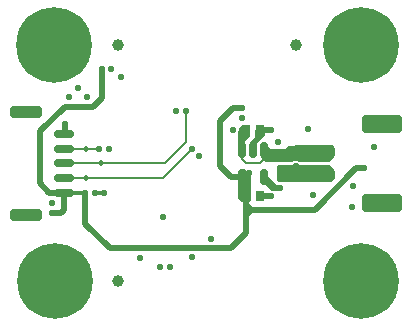
<source format=gbr>
%TF.GenerationSoftware,KiCad,Pcbnew,8.0.8+1*%
%TF.CreationDate,Date%
%TF.ProjectId,KiBot_Project_Test,4b69426f-745f-4507-926f-6a6563745f54,+ (Unreleased)*%
%TF.SameCoordinates,Original*%
%TF.FileFunction,Copper,L4,Bot*%
%TF.FilePolarity,Positive*%
%FSLAX46Y46*%
G04 Gerber Fmt 4.6, Leading zero omitted, Abs format (unit mm)*
G04 Created by KiCad*
%MOMM*%
%LPD*%
G01*
G04 APERTURE LIST*
G04 Aperture macros list*
%AMRoundRect*
0 Rectangle with rounded corners*
0 $1 Rounding radius*
0 $2 $3 $4 $5 $6 $7 $8 $9 X,Y pos of 4 corners*
0 Add a 4 corners polygon primitive as box body*
4,1,4,$2,$3,$4,$5,$6,$7,$8,$9,$2,$3,0*
0 Add four circle primitives for the rounded corners*
1,1,$1+$1,$2,$3*
1,1,$1+$1,$4,$5*
1,1,$1+$1,$6,$7*
1,1,$1+$1,$8,$9*
0 Add four rect primitives between the rounded corners*
20,1,$1+$1,$2,$3,$4,$5,0*
20,1,$1+$1,$4,$5,$6,$7,0*
20,1,$1+$1,$6,$7,$8,$9,0*
20,1,$1+$1,$8,$9,$2,$3,0*%
G04 Aperture macros list end*
%TA.AperFunction,ComponentPad*%
%ADD10C,6.400000*%
%TD*%
%TA.AperFunction,FiducialPad,Global*%
%ADD11C,1.000000*%
%TD*%
%TA.AperFunction,TestPad*%
%ADD12C,0.500000*%
%TD*%
%TA.AperFunction,SMDPad,CuDef*%
%ADD13RoundRect,0.250000X-1.500000X0.250000X-1.500000X-0.250000X1.500000X-0.250000X1.500000X0.250000X0*%
%TD*%
%TA.AperFunction,SMDPad,CuDef*%
%ADD14RoundRect,0.250001X-1.449999X0.499999X-1.449999X-0.499999X1.449999X-0.499999X1.449999X0.499999X0*%
%TD*%
%TA.AperFunction,SMDPad,CuDef*%
%ADD15RoundRect,0.187500X-0.187500X-0.262500X0.187500X-0.262500X0.187500X0.262500X-0.187500X0.262500X0*%
%TD*%
%TA.AperFunction,SMDPad,CuDef*%
%ADD16RoundRect,0.150000X0.700000X-0.150000X0.700000X0.150000X-0.700000X0.150000X-0.700000X-0.150000X0*%
%TD*%
%TA.AperFunction,SMDPad,CuDef*%
%ADD17RoundRect,0.250000X1.100000X-0.250000X1.100000X0.250000X-1.100000X0.250000X-1.100000X-0.250000X0*%
%TD*%
%TA.AperFunction,SMDPad,CuDef*%
%ADD18RoundRect,0.130000X-0.130000X0.130000X-0.130000X-0.130000X0.130000X-0.130000X0.130000X0.130000X0*%
%TD*%
%TA.AperFunction,SMDPad,CuDef*%
%ADD19RoundRect,0.130000X0.130000X-0.130000X0.130000X0.130000X-0.130000X0.130000X-0.130000X-0.130000X0*%
%TD*%
%TA.AperFunction,SMDPad,CuDef*%
%ADD20RoundRect,0.130000X-0.130000X-0.130000X0.130000X-0.130000X0.130000X0.130000X-0.130000X0.130000X0*%
%TD*%
%TA.AperFunction,SMDPad,CuDef*%
%ADD21RoundRect,0.150000X-0.150000X0.512500X-0.150000X-0.512500X0.150000X-0.512500X0.150000X0.512500X0*%
%TD*%
%TA.AperFunction,ViaPad*%
%ADD22C,0.550000*%
%TD*%
%TA.AperFunction,Conductor*%
%ADD23C,0.300000*%
%TD*%
%TA.AperFunction,Conductor*%
%ADD24C,0.500000*%
%TD*%
%TA.AperFunction,Conductor*%
%ADD25C,0.200000*%
%TD*%
G04 APERTURE END LIST*
D10*
%TO.P,H3,1,1*%
%TO.N,GND*%
X161500000Y-79250000D03*
%TD*%
%TO.P,H4,1,1*%
%TO.N,GND*%
X135500000Y-79250000D03*
%TD*%
%TO.P,H2,1,1*%
%TO.N,GND*%
X161500000Y-99250000D03*
%TD*%
%TO.P,H1,1,1*%
%TO.N,GND*%
X135600000Y-99250000D03*
%TD*%
D11*
%TO.P,FD5,*%
%TO.N,*%
X141000000Y-79250000D03*
%TD*%
%TO.P,FD4,*%
%TO.N,*%
X156000000Y-79250000D03*
%TD*%
D12*
%TO.P,TP8,1,1*%
%TO.N,+3V3*%
X151800000Y-95050000D03*
%TD*%
%TO.P,TP7,1,1*%
%TO.N,/Project Architecture/Connectors/NRST*%
X138250000Y-88000000D03*
%TD*%
%TO.P,TP9,1,1*%
%TO.N,GND*%
X139800000Y-91750000D03*
%TD*%
D13*
%TO.P,J2,1,Pin_1*%
%TO.N,VBUS*%
X157550000Y-88250000D03*
%TO.P,J2,2,Pin_2*%
%TO.N,GND*%
X157550000Y-90250000D03*
D14*
%TO.P,J2,MP1*%
%TO.N,N/C*%
X163300000Y-85900000D03*
%TO.P,J2,MP2*%
X163300000Y-92600000D03*
%TD*%
D15*
%TO.P,C18,1*%
%TO.N,+3V3*%
X151800000Y-92050000D03*
%TO.P,C18,2*%
%TO.N,GND*%
X153000000Y-92050000D03*
%TD*%
D16*
%TO.P,J1,1,Pin_1*%
%TO.N,+3V3*%
X136350000Y-91750000D03*
%TO.P,J1,2,Pin_2*%
%TO.N,/Project Architecture/Connectors/SWDIO*%
X136350000Y-90500000D03*
%TO.P,J1,3,Pin_3*%
%TO.N,/Project Architecture/Connectors/SWCLK*%
X136350000Y-89250000D03*
%TO.P,J1,4,Pin_4*%
%TO.N,/Project Architecture/Connectors/NRST*%
X136350000Y-88000000D03*
%TO.P,J1,5,Pin_5*%
%TO.N,GND*%
X136350000Y-86750000D03*
D17*
%TO.P,J1,MP1*%
%TO.N,N/C*%
X133150000Y-93600000D03*
%TO.P,J1,MP2*%
X133150000Y-84900000D03*
%TD*%
D18*
%TO.P,C15,1*%
%TO.N,VBUS*%
X154700000Y-88850000D03*
%TO.P,C15,2*%
%TO.N,GND*%
X154700000Y-89650000D03*
%TD*%
D19*
%TO.P,C17,1*%
%TO.N,/Project Architecture/Connectors/ADJ*%
X154700000Y-91350000D03*
%TO.P,C17,2*%
%TO.N,GND*%
X154700000Y-90550000D03*
%TD*%
D12*
%TO.P,TP5,1,1*%
%TO.N,/Project Architecture/Connectors/SWDIO*%
X138250000Y-90500000D03*
%TD*%
D15*
%TO.P,C16,1*%
%TO.N,VBUS*%
X151800000Y-86450000D03*
%TO.P,C16,2*%
%TO.N,GND*%
X153000000Y-86450000D03*
%TD*%
D20*
%TO.P,C14,1*%
%TO.N,+3V3*%
X138200000Y-91750000D03*
%TO.P,C14,2*%
%TO.N,GND*%
X139000000Y-91750000D03*
%TD*%
D21*
%TO.P,U4,1,VIN*%
%TO.N,VBUS*%
X151450000Y-88112500D03*
%TO.P,U4,2,GND*%
%TO.N,GND*%
X152400000Y-88112500D03*
%TO.P,U4,3,ON/~{OFF}*%
%TO.N,VBUS*%
X153350000Y-88112500D03*
%TO.P,U4,4,ADJ*%
%TO.N,/Project Architecture/Connectors/ADJ*%
X153350000Y-90387500D03*
%TO.P,U4,5,VOUT*%
%TO.N,+3V3*%
X151450000Y-90387500D03*
%TD*%
D11*
%TO.P,FD6,*%
%TO.N,*%
X141000000Y-99250000D03*
%TD*%
D12*
%TO.P,TP6,1,1*%
%TO.N,/Project Architecture/Connectors/SWCLK*%
X139500000Y-89250000D03*
%TD*%
D22*
%TO.N,GND*%
X140400000Y-81250000D03*
X144750000Y-93800000D03*
X135400000Y-92650000D03*
X138350000Y-83650000D03*
X157050000Y-86350000D03*
X147850000Y-88650000D03*
X150700000Y-86400000D03*
X141200000Y-81950000D03*
X160850000Y-91200000D03*
X162650000Y-87900000D03*
X148800000Y-95650000D03*
X137600000Y-82850000D03*
X160800000Y-92975000D03*
X151500000Y-85450000D03*
X153950000Y-86450000D03*
X157500000Y-91975000D03*
X136800000Y-83650000D03*
X156000000Y-89500000D03*
X136450000Y-85950000D03*
X154500000Y-87450000D03*
X145900000Y-84850000D03*
X144500000Y-98000000D03*
X142800000Y-97250000D03*
X145400000Y-98000000D03*
X140200000Y-88050000D03*
X139800000Y-91750000D03*
X147200000Y-97200000D03*
X153950000Y-92050000D03*
%TO.N,+3V3*%
X136800000Y-84450000D03*
X161800000Y-89650000D03*
X152050000Y-90100000D03*
X142800000Y-96450000D03*
X151500000Y-84600000D03*
X139600000Y-81250000D03*
X135400000Y-93450000D03*
X148800000Y-96450000D03*
%TO.N,/Project Architecture/Connectors/NRST*%
X139350000Y-88050000D03*
%TO.N,/Project Architecture/Connectors/SWCLK*%
X146750000Y-84850000D03*
%TO.N,/Project Architecture/Connectors/SWDIO*%
X147250000Y-88050000D03*
%TD*%
D23*
%TO.N,GND*%
X139000000Y-91750000D02*
X139800000Y-91750000D01*
D24*
X136450000Y-86650001D02*
X136350000Y-86750001D01*
X153950000Y-86450000D02*
X153000000Y-86450000D01*
X136450000Y-85950000D02*
X136450000Y-86650001D01*
X153000000Y-92050000D02*
X153950000Y-92050000D01*
D25*
%TO.N,VBUS*%
X153349999Y-88900001D02*
X153349999Y-88112500D01*
X151450001Y-88112500D02*
X151450001Y-88900001D01*
X151450001Y-88900001D02*
X151800000Y-89250000D01*
X153000000Y-89250000D02*
X153349999Y-88900001D01*
X151800000Y-89250000D02*
X153000000Y-89250000D01*
D24*
%TO.N,+3V3*%
X136350000Y-91749999D02*
X135149999Y-91749999D01*
X136800000Y-84450000D02*
X138850000Y-84450000D01*
X151800000Y-95150000D02*
X151800000Y-93600000D01*
D23*
X151800000Y-93162500D02*
X151787500Y-93162500D01*
D24*
X152237500Y-93162500D02*
X151800000Y-93600000D01*
X161800000Y-89650000D02*
X161150000Y-89650000D01*
X150487500Y-90387500D02*
X151450001Y-90387500D01*
X151800000Y-92725000D02*
X152237500Y-93162500D01*
X134350000Y-90950000D02*
X134350000Y-86550000D01*
D23*
X138199999Y-91749999D02*
X138200000Y-91750000D01*
D24*
X151500000Y-84600000D02*
X150700000Y-84600000D01*
X157637500Y-93162500D02*
X152750000Y-93162500D01*
X136450000Y-84450000D02*
X136800000Y-84450000D01*
X140300000Y-96450000D02*
X142800000Y-96450000D01*
X138200000Y-94350000D02*
X140300000Y-96450000D01*
X152750000Y-93162500D02*
X151800000Y-93162500D01*
X135149999Y-91749999D02*
X134350000Y-90950000D01*
D23*
X151787500Y-93162500D02*
X151700000Y-93250000D01*
D25*
X151737501Y-90100000D02*
X151450001Y-90387500D01*
D24*
X149600000Y-89500000D02*
X150487500Y-90387500D01*
X139600000Y-83700000D02*
X139600000Y-81250000D01*
X151800000Y-91726585D02*
X151800000Y-92050000D01*
X134350000Y-86550000D02*
X136450000Y-84450000D01*
D25*
X152050000Y-90100000D02*
X151737501Y-90100000D01*
D24*
X150500000Y-96450000D02*
X151800000Y-95150000D01*
X150700000Y-84600000D02*
X149600000Y-85700000D01*
X138850000Y-84450000D02*
X139600000Y-83700000D01*
X151800000Y-93600000D02*
X151800000Y-92050000D01*
X135400000Y-93450000D02*
X136100000Y-93450000D01*
X151800000Y-92050000D02*
X151800000Y-92725000D01*
X138200000Y-91750000D02*
X138200000Y-94350000D01*
X149600000Y-85700000D02*
X149600000Y-89500000D01*
X152750000Y-93162500D02*
X152237500Y-93162500D01*
X136100000Y-93450000D02*
X136350000Y-93200000D01*
X142800000Y-96450000D02*
X150500000Y-96450000D01*
X161150000Y-89650000D02*
X157637500Y-93162500D01*
D23*
X151800000Y-93162500D02*
X151800000Y-92050000D01*
X136350000Y-91749999D02*
X138199999Y-91749999D01*
D24*
X136350000Y-93200000D02*
X136350000Y-91749999D01*
D25*
%TO.N,/Project Architecture/Connectors/NRST*%
X136350000Y-88000000D02*
X138250000Y-88000000D01*
X138250000Y-88000000D02*
X139300000Y-88000000D01*
X139300000Y-88000000D02*
X139350000Y-88050000D01*
%TO.N,/Project Architecture/Connectors/SWCLK*%
X146750000Y-87450000D02*
X146750000Y-84850000D01*
X139500000Y-89250000D02*
X144950000Y-89250000D01*
X136350001Y-89250000D02*
X139500000Y-89250000D01*
X144950000Y-89250000D02*
X146750000Y-87450000D01*
%TO.N,/Project Architecture/Connectors/SWDIO*%
X144800000Y-90500000D02*
X147250000Y-88050000D01*
X138250000Y-90500000D02*
X144800000Y-90500000D01*
X136350000Y-90500000D02*
X138250000Y-90500000D01*
%TD*%
%TA.AperFunction,Conductor*%
%TO.N,GND*%
G36*
X153359191Y-86368907D02*
G01*
X153395155Y-86418407D01*
X153400000Y-86449000D01*
X153400000Y-86758992D01*
X153381093Y-86817183D01*
X153371004Y-86828996D01*
X152700000Y-87500000D01*
X152700000Y-88001000D01*
X152681093Y-88059191D01*
X152631593Y-88095155D01*
X152601000Y-88100000D01*
X152199000Y-88100000D01*
X152140809Y-88081093D01*
X152104845Y-88031593D01*
X152100000Y-88001000D01*
X152100000Y-87541007D01*
X152118907Y-87482816D01*
X152128990Y-87471009D01*
X152600000Y-87000000D01*
X152600000Y-86449000D01*
X152618907Y-86390809D01*
X152668407Y-86354845D01*
X152699000Y-86350000D01*
X153301000Y-86350000D01*
X153359191Y-86368907D01*
G37*
%TD.AperFunction*%
%TD*%
%TA.AperFunction,Conductor*%
%TO.N,VBUS*%
G36*
X151867183Y-86018907D02*
G01*
X151878996Y-86028996D01*
X152121004Y-86271004D01*
X152148781Y-86325521D01*
X152150000Y-86341008D01*
X152150000Y-86908992D01*
X152131093Y-86967183D01*
X152121004Y-86978995D01*
X151750000Y-87349999D01*
X151750000Y-88051000D01*
X151731093Y-88109191D01*
X151681593Y-88145155D01*
X151651000Y-88150000D01*
X151249000Y-88150000D01*
X151190809Y-88131093D01*
X151154845Y-88081593D01*
X151150000Y-88051000D01*
X151150000Y-86580813D01*
X151158949Y-86539682D01*
X151159001Y-86539566D01*
X151160931Y-86535342D01*
X151180390Y-86400000D01*
X151171051Y-86335049D01*
X151181483Y-86274763D01*
X151199034Y-86250965D01*
X151421004Y-86028996D01*
X151475520Y-86001219D01*
X151491007Y-86000000D01*
X151808992Y-86000000D01*
X151867183Y-86018907D01*
G37*
%TD.AperFunction*%
%TD*%
%TA.AperFunction,Conductor*%
%TO.N,+3V3*%
G36*
X151717183Y-89718907D02*
G01*
X151728996Y-89728996D01*
X152171004Y-90171004D01*
X152198781Y-90225521D01*
X152200000Y-90241008D01*
X152200000Y-92358992D01*
X152181093Y-92417183D01*
X152171004Y-92428996D01*
X152128996Y-92471004D01*
X152074479Y-92498781D01*
X152058992Y-92500000D01*
X151441008Y-92500000D01*
X151382817Y-92481093D01*
X151371004Y-92471004D01*
X151178996Y-92278996D01*
X151151219Y-92224479D01*
X151150000Y-92208992D01*
X151150000Y-89891008D01*
X151168907Y-89832817D01*
X151178996Y-89821004D01*
X151271004Y-89728996D01*
X151325521Y-89701219D01*
X151341008Y-89700000D01*
X151658992Y-89700000D01*
X151717183Y-89718907D01*
G37*
%TD.AperFunction*%
%TD*%
%TA.AperFunction,Conductor*%
%TO.N,VBUS*%
G36*
X153344945Y-87501797D02*
G01*
X153370000Y-87520000D01*
X153850000Y-88000000D01*
X155100000Y-88000000D01*
X155251000Y-87849000D01*
X155321005Y-87778996D01*
X155350000Y-87764222D01*
X155350000Y-88750000D01*
X155000000Y-89100000D01*
X154700000Y-89100000D01*
X153491008Y-89100000D01*
X153432817Y-89081093D01*
X153421004Y-89071004D01*
X153078996Y-88728996D01*
X153051219Y-88674479D01*
X153050000Y-88658992D01*
X153050000Y-87741008D01*
X153068907Y-87682817D01*
X153078996Y-87671005D01*
X153229996Y-87520004D01*
X153284513Y-87492226D01*
X153344945Y-87501797D01*
G37*
%TD.AperFunction*%
%TD*%
%TA.AperFunction,Conductor*%
%TO.N,/Project Architecture/Connectors/ADJ*%
G36*
X153419001Y-90069001D02*
G01*
X154450000Y-91100000D01*
X154551000Y-91100000D01*
X154609191Y-91118907D01*
X154645155Y-91168407D01*
X154650000Y-91199000D01*
X154650000Y-91501000D01*
X154631093Y-91559191D01*
X154581593Y-91595155D01*
X154551000Y-91600000D01*
X154119447Y-91600000D01*
X154091555Y-91595990D01*
X154088711Y-91595155D01*
X154080886Y-91592857D01*
X154051294Y-91584168D01*
X154009182Y-91559182D01*
X153951000Y-91501000D01*
X153500000Y-91050000D01*
X153499999Y-91050000D01*
X153349000Y-91050000D01*
X153290809Y-91031093D01*
X153254845Y-90981593D01*
X153250000Y-90951000D01*
X153250000Y-90139007D01*
X153268907Y-90080816D01*
X153318407Y-90044852D01*
X153379593Y-90044852D01*
X153419001Y-90069001D01*
G37*
%TD.AperFunction*%
%TD*%
%TA.AperFunction,Conductor*%
%TO.N,GND*%
G36*
X158867183Y-89418907D02*
G01*
X158878996Y-89428996D01*
X159271004Y-89821004D01*
X159298781Y-89875521D01*
X159300000Y-89891008D01*
X159300000Y-90508992D01*
X159281093Y-90567183D01*
X159271004Y-90578996D01*
X159078996Y-90771004D01*
X159024479Y-90798781D01*
X159008992Y-90800000D01*
X154691008Y-90800000D01*
X154632817Y-90781093D01*
X154621004Y-90771004D01*
X154478996Y-90628996D01*
X154451219Y-90574479D01*
X154450000Y-90558992D01*
X154450000Y-89691008D01*
X154468907Y-89632817D01*
X154478996Y-89621004D01*
X154671004Y-89428996D01*
X154725521Y-89401219D01*
X154741008Y-89400000D01*
X158808992Y-89400000D01*
X158867183Y-89418907D01*
G37*
%TD.AperFunction*%
%TD*%
%TA.AperFunction,Conductor*%
%TO.N,VBUS*%
G36*
X159117183Y-87768907D02*
G01*
X159128996Y-87778996D01*
X159271004Y-87921004D01*
X159298781Y-87975521D01*
X159300000Y-87991008D01*
X159300000Y-88608992D01*
X159281093Y-88667183D01*
X159271004Y-88678996D01*
X158878996Y-89071004D01*
X158824479Y-89098781D01*
X158808992Y-89100000D01*
X156286170Y-89100000D01*
X156232649Y-89084285D01*
X156199562Y-89063022D01*
X156068368Y-89024500D01*
X156068367Y-89024500D01*
X155931633Y-89024500D01*
X155931631Y-89024500D01*
X155800437Y-89063022D01*
X155767351Y-89084285D01*
X155713830Y-89100000D01*
X155000000Y-89100000D01*
X155350000Y-88750000D01*
X155350000Y-87764222D01*
X155375521Y-87751219D01*
X155391008Y-87750000D01*
X159058992Y-87750000D01*
X159117183Y-87768907D01*
G37*
%TD.AperFunction*%
%TD*%
M02*

</source>
